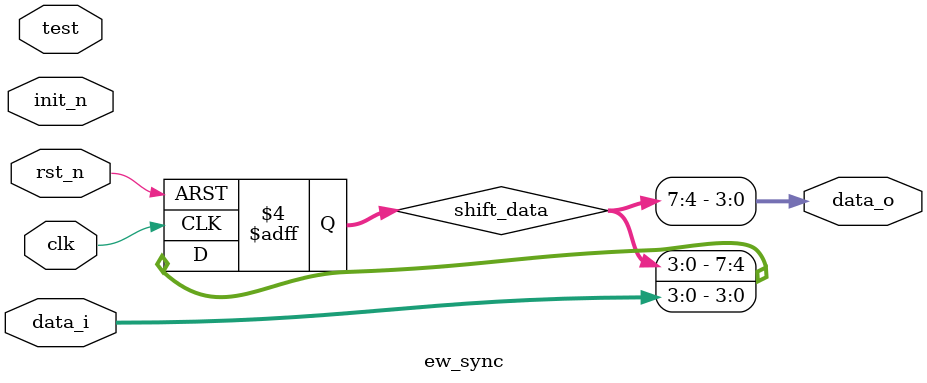
<source format=sv>
/*************************************************************************************************************
--    Система        : 
--    Разработчик    : 
--    Автор          : Гусев Игорь
--
--    Назначение     : sync for fifo
--                      Требует использование кодов Грея так предполагает изменение 1 бита на шине
--------------------------------------------------------------------------------------------------------------
--    Примечание     : 
*************************************************************************************************************/

module ew_sync(
    clk,
    rst_n,
    init_n,
    test,
    data_i,
    data_o
    );

    //----------------------------------------------------------------------//
    // external parameters                                                  //
    //----------------------------------------------------------------------//
    parameter integer DATA_WIDTH    = 4;        // ширина шинны данных
    parameter integer SYNC          = 2;        // количество тактов на синхронизацию предпочтительно 2 для высоких частот 3 для read
    parameter integer RST_MODE      = 0;        // вариант работы сброса 0 асинхронный сброс, 1 синхронный сброс
    //----------------------------------------------------------------------//
    // internal parameters                                                  //
    //----------------------------------------------------------------------//
    localparam C_SYNC = (SYNC == 0)? 2 : (SYNC == 1)? 2 : SYNC;
    //----------------------------------------------------------------------//
    // external signals                                                     //
    //----------------------------------------------------------------------//
    input                           clk;
    input                           rst_n;
    input                           init_n;
    input                           test;
    input [DATA_WIDTH - 1 : 0]      data_i;
    output  [DATA_WIDTH - 1 : 0]    data_o;
    //----------------------------------------------------------------------//
    // registers                                                            //
    //----------------------------------------------------------------------//
    reg [C_SYNC*DATA_WIDTH - 1 : 0] shift_data;
    //----------------------------------------------------------------------//
    // wire                                                                 //
    //----------------------------------------------------------------------//
    //----------------------------------------------------------------------//
    // assigns                                                              //
    //----------------------------------------------------------------------//
    assign data_o   = shift_data[C_SYNC*DATA_WIDTH - 1 : (C_SYNC - 1)*DATA_WIDTH];
    //----------------------------------------------------------------------//
    // Component instantiations                                             //
    //----------------------------------------------------------------------//
    //----------------------------------------------------------------------//
    // logic                                                                //
    //----------------------------------------------------------------------//
    always @(posedge clk or negedge rst_n)
        begin
            if (~rst_n)
                begin
                    shift_data  <= {C_SYNC*DATA_WIDTH{1'b0}};
                end
            else
                begin
                    shift_data  <= {shift_data[(C_SYNC - 1)*DATA_WIDTH - 1 : 0], data_i};
                end
        end
    always @(negedge clk)
        begin
            if (SYNC == 1)
                shift_data  <= {shift_data[(C_SYNC - 1)*DATA_WIDTH - 1 : 0], data_i};
        end
endmodule

</source>
